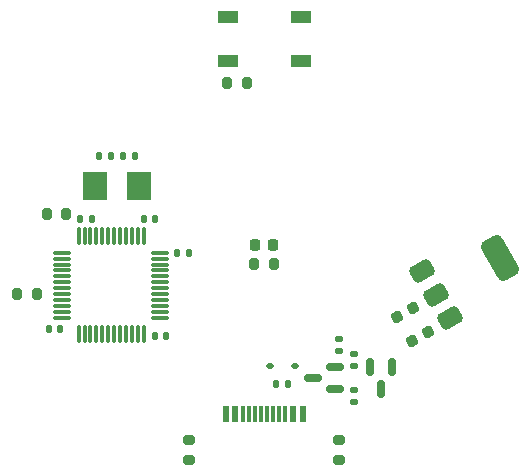
<source format=gbr>
%TF.GenerationSoftware,KiCad,Pcbnew,8.0.2*%
%TF.CreationDate,2024-05-13T19:17:35-04:00*%
%TF.ProjectId,BaseStation,42617365-5374-4617-9469-6f6e2e6b6963,rev?*%
%TF.SameCoordinates,Original*%
%TF.FileFunction,Paste,Top*%
%TF.FilePolarity,Positive*%
%FSLAX46Y46*%
G04 Gerber Fmt 4.6, Leading zero omitted, Abs format (unit mm)*
G04 Created by KiCad (PCBNEW 8.0.2) date 2024-05-13 19:17:35*
%MOMM*%
%LPD*%
G01*
G04 APERTURE LIST*
G04 Aperture macros list*
%AMRoundRect*
0 Rectangle with rounded corners*
0 $1 Rounding radius*
0 $2 $3 $4 $5 $6 $7 $8 $9 X,Y pos of 4 corners*
0 Add a 4 corners polygon primitive as box body*
4,1,4,$2,$3,$4,$5,$6,$7,$8,$9,$2,$3,0*
0 Add four circle primitives for the rounded corners*
1,1,$1+$1,$2,$3*
1,1,$1+$1,$4,$5*
1,1,$1+$1,$6,$7*
1,1,$1+$1,$8,$9*
0 Add four rect primitives between the rounded corners*
20,1,$1+$1,$2,$3,$4,$5,0*
20,1,$1+$1,$4,$5,$6,$7,0*
20,1,$1+$1,$6,$7,$8,$9,0*
20,1,$1+$1,$8,$9,$2,$3,0*%
G04 Aperture macros list end*
%ADD10R,2.000000X2.400000*%
%ADD11RoundRect,0.135000X-0.185000X0.135000X-0.185000X-0.135000X0.185000X-0.135000X0.185000X0.135000X0*%
%ADD12RoundRect,0.135000X0.185000X-0.135000X0.185000X0.135000X-0.185000X0.135000X-0.185000X-0.135000X0*%
%ADD13RoundRect,0.140000X-0.140000X-0.170000X0.140000X-0.170000X0.140000X0.170000X-0.140000X0.170000X0*%
%ADD14RoundRect,0.200000X-0.200000X-0.275000X0.200000X-0.275000X0.200000X0.275000X-0.200000X0.275000X0*%
%ADD15RoundRect,0.200000X0.200000X0.275000X-0.200000X0.275000X-0.200000X-0.275000X0.200000X-0.275000X0*%
%ADD16RoundRect,0.140000X0.140000X0.170000X-0.140000X0.170000X-0.140000X-0.170000X0.140000X-0.170000X0*%
%ADD17RoundRect,0.225000X0.069856X0.329006X-0.319856X0.104006X-0.069856X-0.329006X0.319856X-0.104006X0*%
%ADD18R,0.600000X1.450000*%
%ADD19R,0.300000X1.450000*%
%ADD20RoundRect,0.218750X-0.218750X-0.256250X0.218750X-0.256250X0.218750X0.256250X-0.218750X0.256250X0*%
%ADD21RoundRect,0.375000X-0.353766X-0.637260X0.728766X-0.012260X0.353766X0.637260X-0.728766X0.012260X0*%
%ADD22RoundRect,0.500000X0.266987X-1.462436X1.133013X-0.962436X-0.266987X1.462436X-1.133013X0.962436X0*%
%ADD23RoundRect,0.150000X0.587500X0.150000X-0.587500X0.150000X-0.587500X-0.150000X0.587500X-0.150000X0*%
%ADD24RoundRect,0.075000X-0.075000X0.662500X-0.075000X-0.662500X0.075000X-0.662500X0.075000X0.662500X0*%
%ADD25RoundRect,0.075000X-0.662500X0.075000X-0.662500X-0.075000X0.662500X-0.075000X0.662500X0.075000X0*%
%ADD26RoundRect,0.200000X-0.275000X0.200000X-0.275000X-0.200000X0.275000X-0.200000X0.275000X0.200000X0*%
%ADD27RoundRect,0.135000X0.135000X0.185000X-0.135000X0.185000X-0.135000X-0.185000X0.135000X-0.185000X0*%
%ADD28R,1.800000X1.100000*%
%ADD29RoundRect,0.112500X0.187500X0.112500X-0.187500X0.112500X-0.187500X-0.112500X0.187500X-0.112500X0*%
%ADD30RoundRect,0.150000X-0.150000X0.587500X-0.150000X-0.587500X0.150000X-0.587500X0.150000X0.587500X0*%
G04 APERTURE END LIST*
D10*
%TO.C,Y2*%
X61904000Y-75184000D03*
X65604000Y-75184000D03*
%TD*%
D11*
%TO.C,R7*%
X83820000Y-92454000D03*
X83820000Y-93474000D03*
%TD*%
D12*
%TO.C,R9*%
X82550000Y-89156000D03*
X82550000Y-88136000D03*
%TD*%
D13*
%TO.C,C7*%
X68862000Y-80822800D03*
X69822000Y-80822800D03*
%TD*%
D14*
%TO.C,R3*%
X57772800Y-77571600D03*
X59422800Y-77571600D03*
%TD*%
D15*
%TO.C,R5*%
X74739000Y-66446400D03*
X73089000Y-66446400D03*
%TD*%
D16*
%TO.C,C8*%
X61592400Y-77927200D03*
X60632400Y-77927200D03*
%TD*%
D17*
%TO.C,C1*%
X90079170Y-87496500D03*
X88736830Y-88271500D03*
%TD*%
D13*
%TO.C,C5*%
X66931600Y-87884000D03*
X67891600Y-87884000D03*
%TD*%
D18*
%TO.C,J1*%
X72950000Y-94507000D03*
X73750000Y-94507000D03*
D19*
X74950000Y-94507000D03*
X75950000Y-94507000D03*
X76450000Y-94507000D03*
X77450000Y-94507000D03*
D18*
X78650000Y-94507000D03*
X79450000Y-94507000D03*
X79450000Y-94507000D03*
X78650000Y-94507000D03*
D19*
X77950000Y-94507000D03*
X76950000Y-94507000D03*
X75450000Y-94507000D03*
X74450000Y-94507000D03*
D18*
X73750000Y-94507000D03*
X72950000Y-94507000D03*
%TD*%
D11*
%TO.C,R8*%
X83820000Y-89406000D03*
X83820000Y-90426000D03*
%TD*%
D20*
%TO.C,D1*%
X75412500Y-80137000D03*
X76987500Y-80137000D03*
%TD*%
D21*
%TO.C,U2*%
X89594020Y-82387142D03*
X90744020Y-84379000D03*
D22*
X96199980Y-81229000D03*
D21*
X91894020Y-86370858D03*
%TD*%
D13*
%TO.C,C3*%
X64290000Y-72644000D03*
X65250000Y-72644000D03*
%TD*%
D15*
%TO.C,R6*%
X77025000Y-81788000D03*
X75375000Y-81788000D03*
%TD*%
D23*
%TO.C,Q1*%
X82217500Y-92390000D03*
X82217500Y-90490000D03*
X80342500Y-91440000D03*
%TD*%
D13*
%TO.C,C9*%
X66017200Y-77927200D03*
X66977200Y-77927200D03*
%TD*%
D24*
%TO.C,U1*%
X65996000Y-79403500D03*
X65496000Y-79403500D03*
X64996000Y-79403500D03*
X64496000Y-79403500D03*
X63996000Y-79403500D03*
X63496000Y-79403500D03*
X62996000Y-79403500D03*
X62496000Y-79403500D03*
X61996000Y-79403500D03*
X61496000Y-79403500D03*
X60996000Y-79403500D03*
X60496000Y-79403500D03*
D25*
X59083500Y-80816000D03*
X59083500Y-81316000D03*
X59083500Y-81816000D03*
X59083500Y-82316000D03*
X59083500Y-82816000D03*
X59083500Y-83316000D03*
X59083500Y-83816000D03*
X59083500Y-84316000D03*
X59083500Y-84816000D03*
X59083500Y-85316000D03*
X59083500Y-85816000D03*
X59083500Y-86316000D03*
D24*
X60496000Y-87728500D03*
X60996000Y-87728500D03*
X61496000Y-87728500D03*
X61996000Y-87728500D03*
X62496000Y-87728500D03*
X62996000Y-87728500D03*
X63496000Y-87728500D03*
X63996000Y-87728500D03*
X64496000Y-87728500D03*
X64996000Y-87728500D03*
X65496000Y-87728500D03*
X65996000Y-87728500D03*
D25*
X67408500Y-86316000D03*
X67408500Y-85816000D03*
X67408500Y-85316000D03*
X67408500Y-84816000D03*
X67408500Y-84316000D03*
X67408500Y-83816000D03*
X67408500Y-83316000D03*
X67408500Y-82816000D03*
X67408500Y-82316000D03*
X67408500Y-81816000D03*
X67408500Y-81316000D03*
X67408500Y-80816000D03*
%TD*%
D17*
%TO.C,C2*%
X88809170Y-85464500D03*
X87466830Y-86239500D03*
%TD*%
D26*
%TO.C,R1*%
X69850000Y-96711000D03*
X69850000Y-98361000D03*
%TD*%
D27*
%TO.C,R10*%
X78234000Y-91948000D03*
X77214000Y-91948000D03*
%TD*%
D26*
%TO.C,R2*%
X82550000Y-96711000D03*
X82550000Y-98361000D03*
%TD*%
D16*
%TO.C,C4*%
X63218000Y-72644000D03*
X62258000Y-72644000D03*
%TD*%
D28*
%TO.C,SW1*%
X73100000Y-60888000D03*
X79300000Y-60888000D03*
X73100000Y-64588000D03*
X79300000Y-64588000D03*
%TD*%
D14*
%TO.C,R4*%
X55309000Y-84328000D03*
X56959000Y-84328000D03*
%TD*%
D29*
%TO.C,D2*%
X78774000Y-90424000D03*
X76674000Y-90424000D03*
%TD*%
D16*
%TO.C,C6*%
X58928000Y-87274400D03*
X57968000Y-87274400D03*
%TD*%
D30*
%TO.C,Q3*%
X87056000Y-90502500D03*
X85156000Y-90502500D03*
X86106000Y-92377500D03*
%TD*%
M02*

</source>
